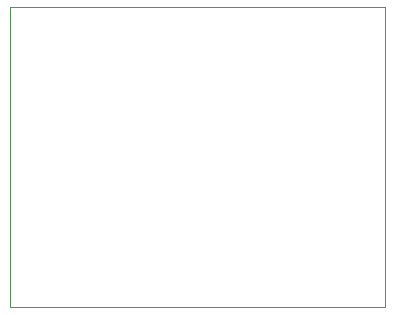
<source format=gbr>
G04 #@! TF.GenerationSoftware,KiCad,Pcbnew,5.1.4-e60b266~84~ubuntu18.04.1*
G04 #@! TF.CreationDate,2019-11-20T19:52:41-06:00*
G04 #@! TF.ProjectId,rf,72662e6b-6963-4616-945f-706362585858,A*
G04 #@! TF.SameCoordinates,PX811c3f0PY66a06fc*
G04 #@! TF.FileFunction,Profile,NP*
%FSLAX46Y46*%
G04 Gerber Fmt 4.6, Leading zero omitted, Abs format (unit mm)*
G04 Created by KiCad (PCBNEW 5.1.4-e60b266~84~ubuntu18.04.1) date 2019-11-20 19:52:41*
%MOMM*%
%LPD*%
G04 APERTURE LIST*
%ADD10C,0.050000*%
G04 APERTURE END LIST*
D10*
X0Y25400000D02*
X0Y0D01*
X31750000Y25400000D02*
X0Y25400000D01*
X31750000Y0D02*
X31750000Y25400000D01*
X0Y0D02*
X31750000Y0D01*
M02*

</source>
